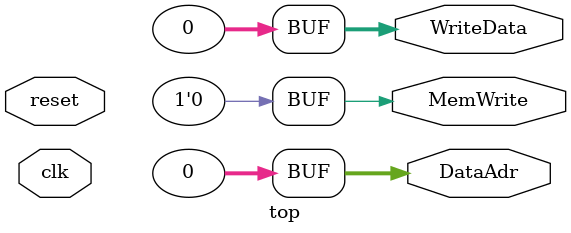
<source format=v>


// Verification Directory fv/top 

module top(clk, reset, WriteData, DataAdr, MemWrite);
  input clk, reset;
  output [31:0] WriteData, DataAdr;
  output MemWrite;
  wire clk, reset;
  wire [31:0] WriteData, DataAdr;
  wire MemWrite;
  assign MemWrite = 1'b0;
  assign DataAdr[0] = 1'b0;
  assign DataAdr[1] = 1'b0;
  assign DataAdr[2] = 1'b0;
  assign DataAdr[3] = 1'b0;
  assign DataAdr[4] = 1'b0;
  assign DataAdr[5] = 1'b0;
  assign DataAdr[6] = 1'b0;
  assign DataAdr[7] = 1'b0;
  assign DataAdr[8] = 1'b0;
  assign DataAdr[9] = 1'b0;
  assign DataAdr[10] = 1'b0;
  assign DataAdr[11] = 1'b0;
  assign DataAdr[12] = 1'b0;
  assign DataAdr[13] = 1'b0;
  assign DataAdr[14] = 1'b0;
  assign DataAdr[15] = 1'b0;
  assign DataAdr[16] = 1'b0;
  assign DataAdr[17] = 1'b0;
  assign DataAdr[18] = 1'b0;
  assign DataAdr[19] = 1'b0;
  assign DataAdr[20] = 1'b0;
  assign DataAdr[21] = 1'b0;
  assign DataAdr[22] = 1'b0;
  assign DataAdr[23] = 1'b0;
  assign DataAdr[24] = 1'b0;
  assign DataAdr[25] = 1'b0;
  assign DataAdr[26] = 1'b0;
  assign DataAdr[27] = 1'b0;
  assign DataAdr[28] = 1'b0;
  assign DataAdr[29] = 1'b0;
  assign DataAdr[30] = 1'b0;
  assign DataAdr[31] = 1'b0;
  assign WriteData[0] = 1'b0;
  assign WriteData[1] = 1'b0;
  assign WriteData[2] = 1'b0;
  assign WriteData[3] = 1'b0;
  assign WriteData[4] = 1'b0;
  assign WriteData[5] = 1'b0;
  assign WriteData[6] = 1'b0;
  assign WriteData[7] = 1'b0;
  assign WriteData[8] = 1'b0;
  assign WriteData[9] = 1'b0;
  assign WriteData[10] = 1'b0;
  assign WriteData[11] = 1'b0;
  assign WriteData[12] = 1'b0;
  assign WriteData[13] = 1'b0;
  assign WriteData[14] = 1'b0;
  assign WriteData[15] = 1'b0;
  assign WriteData[16] = 1'b0;
  assign WriteData[17] = 1'b0;
  assign WriteData[18] = 1'b0;
  assign WriteData[19] = 1'b0;
  assign WriteData[20] = 1'b0;
  assign WriteData[21] = 1'b0;
  assign WriteData[22] = 1'b0;
  assign WriteData[23] = 1'b0;
  assign WriteData[24] = 1'b0;
  assign WriteData[25] = 1'b0;
  assign WriteData[26] = 1'b0;
  assign WriteData[27] = 1'b0;
  assign WriteData[28] = 1'b0;
  assign WriteData[29] = 1'b0;
  assign WriteData[30] = 1'b0;
  assign WriteData[31] = 1'b0;
endmodule


</source>
